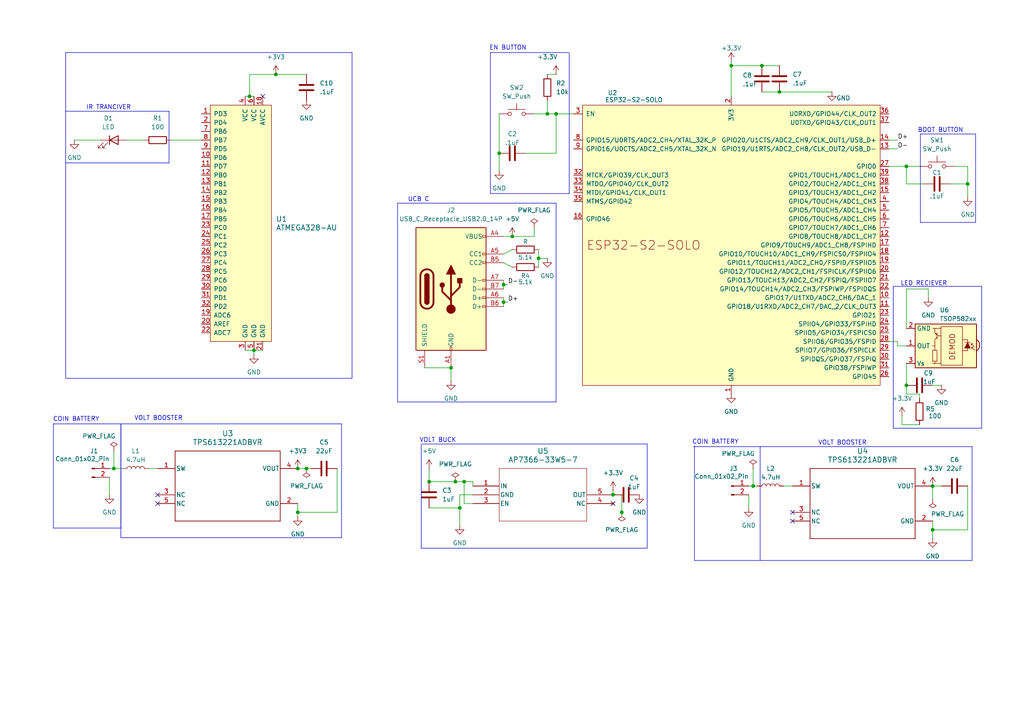
<source format=kicad_sch>
(kicad_sch (version 20231120) (generator "eeschema") (generator_version "8.0")
  (paper "A4")
  (lib_symbols
    (symbol "2024-10-19_05-20-17:TPS613221ADBVR" (pin_names (offset 0.254))
      (property "Reference" "U" (at 0 2.54 0))
      (property "Value" "TPS613221ADBVR" (at 0 0 0))
      (symbol "TPS613221ADBVR_0_1"
        (polyline (pts (xy -15.24 -10.16) (xy 15.24 -10.16)) (stroke (width 0.2032)))
        (polyline (pts (xy -15.24 10.16) (xy -15.24 -10.16)) (stroke (width 0.2032)))
        (polyline (pts (xy 15.24 -10.16) (xy 15.24 10.16)) (stroke (width 0.2032)))
        (polyline (pts (xy 15.24 10.16) (xy -15.24 10.16)) (stroke (width 0.2032)))
        (pin power_in line (at -20.32 5.08 0) (length 5.08) (name "SW") (number "1"))
        (pin power_in line (at 20.32 -5.08 180) (length 5.08) (name "GND") (number "2"))
        (pin unspecified line (at -20.32 -2.54 0) (length 5.08) (name "NC") (number "3"))
        (pin power_in line (at 20.32 5.08 180) (length 5.08) (name "VOUT") (number "4"))
        (pin unspecified line (at -20.32 -5.08 0) (length 5.08) (name "NC") (number "5"))
      )
    )
    (symbol "AP7366-33W5-7:AP7366-33W5-7" (pin_names (offset 0.254))
      (property "Reference" "U" (at 20.32 10.16 0))
      (property "Value" "AP7366-33W5-7" (at 20.32 7.62 0))
      (symbol "AP7366-33W5-7_0_1"
        (polyline (pts (xy 7.62 -10.16) (xy 33.02 -10.16)) (stroke (width 0.127)))
        (polyline (pts (xy 7.62 5.08) (xy 7.62 -10.16)) (stroke (width 0.127)))
        (polyline (pts (xy 33.02 -10.16) (xy 33.02 5.08)) (stroke (width 0.127)))
        (polyline (pts (xy 33.02 5.08) (xy 7.62 5.08)) (stroke (width 0.127)))
        (pin input line (at 0 0 0) (length 7.62) (name "IN") (number "1"))
        (pin power_out line (at 0 -2.54 0) (length 7.62) (name "GND") (number "2"))
        (pin input line (at 0 -5.08 0) (length 7.62) (name "EN") (number "3"))
        (pin no_connect line (at 40.64 -5.08 180) (length 7.62) (name "NC") (number "4"))
        (pin output line (at 40.64 -2.54 180) (length 7.62) (name "OUT") (number "5"))
      )
    )
    (symbol "Connector:Conn_01x02_Pin" (pin_names (offset 1.016) hide)
      (property "Reference" "J" (at 0 2.54 0))
      (property "Value" "Conn_01x02_Pin" (at 0 -5.08 0))
      (symbol "Conn_01x02_Pin_1_1"
        (polyline (pts (xy 1.27 -2.54) (xy 0.8636 -2.54)) (stroke (width 0.1524)))
        (polyline (pts (xy 1.27 0) (xy 0.8636 0)) (stroke (width 0.1524)))
        (rectangle (start 0.8636 -2.413) (end 0 -2.667) (stroke (width 0.1524)) (fill (type outline)))
        (rectangle (start 0.8636 0.127) (end 0 -0.127) (stroke (width 0.1524)) (fill (type outline)))
        (pin passive line (at 5.08 0 180) (length 3.81) (name "Pin_1") (number "1"))
        (pin passive line (at 5.08 -2.54 180) (length 3.81) (name "Pin_2") (number "2"))
      )
    )
    (symbol "Connector:USB_C_Receptacle_USB2.0_14P" (pin_names (offset 1.016))
      (property "Reference" "J" (at 0 22.225 0))
      (property "Value" "USB_C_Receptacle_USB2.0_14P" (at 0 19.685 0))
      (symbol "USB_C_Receptacle_USB2.0_14P_0_0"
        (rectangle (start -0.254 -17.78) (end 0.254 -16.764))
        (rectangle (start 10.16 -4.826) (end 9.144 -5.334))
        (rectangle (start 10.16 -2.286) (end 9.144 -2.794))
        (rectangle (start 10.16 0.254) (end 9.144 -0.254))
        (rectangle (start 10.16 2.794) (end 9.144 2.286))
        (rectangle (start 10.16 7.874) (end 9.144 7.366))
        (rectangle (start 10.16 10.414) (end 9.144 9.906))
        (rectangle (start 10.16 15.494) (end 9.144 14.986))
      )
      (symbol "USB_C_Receptacle_USB2.0_14P_0_1"
        (rectangle (start -10.16 17.78) (end 10.16 -17.78) (stroke (width 0.254)) (fill (type background)))
        (arc (start -8.89 -3.81) (mid -6.985 -5.7067) (end -5.08 -3.81) (stroke (width 0.508)))
        (arc (start -7.62 -3.81) (mid -6.985 -4.4423) (end -6.35 -3.81) (stroke (width 0.254)))
        (arc (start -7.62 -3.81) (mid -6.985 -4.4423) (end -6.35 -3.81) (stroke (width 0.254)) (fill (type outline)))
        (rectangle (start -7.62 -3.81) (end -6.35 3.81) (stroke (width 0.254)) (fill (type outline)))
        (arc (start -6.35 3.81) (mid -6.985 4.4423) (end -7.62 3.81) (stroke (width 0.254)))
        (arc (start -6.35 3.81) (mid -6.985 4.4423) (end -7.62 3.81) (stroke (width 0.254)) (fill (type outline)))
        (arc (start -5.08 3.81) (mid -6.985 5.7067) (end -8.89 3.81) (stroke (width 0.508)))
        (circle (center -2.54 1.143) (radius 0.635) (stroke (width 0.254)) (fill (type outline)))
        (circle (center 0 -5.842) (radius 1.27) (fill (type outline)))
        (polyline (pts (xy -8.89 -3.81) (xy -8.89 3.81)) (stroke (width 0.508)))
        (polyline (pts (xy -5.08 3.81) (xy -5.08 -3.81)) (stroke (width 0.508)))
        (polyline (pts (xy 0 -5.842) (xy 0 4.318)) (stroke (width 0.508)))
        (polyline (pts (xy 0 -3.302) (xy -2.54 -0.762) (xy -2.54 0.508)) (stroke (width 0.508)))
        (polyline (pts (xy 0 -2.032) (xy 2.54 0.508) (xy 2.54 1.778)) (stroke (width 0.508)))
        (polyline (pts (xy -1.27 4.318) (xy 0 6.858) (xy 1.27 4.318) (xy -1.27 4.318)) (stroke (width 0.254)) (fill (type outline)))
        (rectangle (start 1.905 1.778) (end 3.175 3.048) (stroke (width 0.254)) (fill (type outline)))
      )
      (symbol "USB_C_Receptacle_USB2.0_14P_1_1"
        (pin passive line (at 0 -22.86 90) (length 5.08) (name "GND") (number "A1"))
        (pin passive line (at 0 -22.86 90) (length 5.08) hide (name "GND") (number "A12"))
        (pin passive line (at 15.24 15.24 180) (length 5.08) (name "VBUS") (number "A4"))
        (pin bidirectional line (at 15.24 10.16 180) (length 5.08) (name "CC1") (number "A5"))
        (pin bidirectional line (at 15.24 -2.54 180) (length 5.08) (name "D+") (number "A6"))
        (pin bidirectional line (at 15.24 2.54 180) (length 5.08) (name "D-") (number "A7"))
        (pin passive line (at 15.24 15.24 180) (length 5.08) hide (name "VBUS") (number "A9"))
        (pin passive line (at 0 -22.86 90) (length 5.08) hide (name "GND") (number "B1"))
        (pin passive line (at 0 -22.86 90) (length 5.08) hide (name "GND") (number "B12"))
        (pin passive line (at 15.24 15.24 180) (length 5.08) hide (name "VBUS") (number "B4"))
        (pin bidirectional line (at 15.24 7.62 180) (length 5.08) (name "CC2") (number "B5"))
        (pin bidirectional line (at 15.24 -5.08 180) (length 5.08) (name "D+") (number "B6"))
        (pin bidirectional line (at 15.24 0 180) (length 5.08) (name "D-") (number "B7"))
        (pin passive line (at 15.24 15.24 180) (length 5.08) hide (name "VBUS") (number "B9"))
        (pin passive line (at -7.62 -22.86 90) (length 5.08) (name "SHIELD") (number "S1"))
      )
    )
    (symbol "Device:C" (pin_numbers hide) (pin_names (offset 0.254))
      (property "Reference" "C" (at 0.635 2.54 0))
      (property "Value" "C" (at 0.635 -2.54 0))
      (symbol "C_0_1"
        (polyline (pts (xy -2.032 -0.762) (xy 2.032 -0.762)) (stroke (width 0.508)))
        (polyline (pts (xy -2.032 0.762) (xy 2.032 0.762)) (stroke (width 0.508)))
      )
      (symbol "C_1_1"
        (pin passive line (at 0 3.81 270) (length 2.794) (name "~") (number "1"))
        (pin passive line (at 0 -3.81 90) (length 2.794) (name "~") (number "2"))
      )
    )
    (symbol "Device:L" (pin_numbers hide) (pin_names (offset 1.016) hide)
      (property "Reference" "L" (at -1.27 0 90))
      (property "Value" "L" (at 1.905 0 90))
      (symbol "L_0_1"
        (arc (start 0 -2.54) (mid 0.6323 -1.905) (end 0 -1.27))
        (arc (start 0 -1.27) (mid 0.6323 -0.635) (end 0 0))
        (arc (start 0 0) (mid 0.6323 0.635) (end 0 1.27))
        (arc (start 0 1.27) (mid 0.6323 1.905) (end 0 2.54))
      )
      (symbol "L_1_1"
        (pin passive line (at 0 3.81 270) (length 1.27) (name "1") (number "1"))
        (pin passive line (at 0 -3.81 90) (length 1.27) (name "2") (number "2"))
      )
    )
    (symbol "Device:LED" (pin_numbers hide) (pin_names (offset 1.016) hide)
      (property "Reference" "D" (at 0 2.54 0))
      (property "Value" "LED" (at 0 -2.54 0))
      (symbol "LED_0_1"
        (polyline (pts (xy -1.27 -1.27) (xy -1.27 1.27)) (stroke (width 0.254)))
        (polyline (pts (xy -1.27 0) (xy 1.27 0)))
        (polyline (pts (xy 1.27 -1.27) (xy 1.27 1.27) (xy -1.27 0) (xy 1.27 -1.27)) (stroke (width 0.254)))
        (polyline (pts (xy -3.048 -0.762) (xy -4.572 -2.286) (xy -3.81 -2.286) (xy -4.572 -2.286) (xy -4.572 -1.524)))
        (polyline (pts (xy -1.778 -0.762) (xy -3.302 -2.286) (xy -2.54 -2.286) (xy -3.302 -2.286) (xy -3.302 -1.524)))
      )
      (symbol "LED_1_1"
        (pin passive line (at -3.81 0 0) (length 2.54) (name "K") (number "1"))
        (pin passive line (at 3.81 0 180) (length 2.54) (name "A") (number "2"))
      )
    )
    (symbol "Device:R" (pin_numbers hide) (pin_names (offset 0))
      (property "Reference" "R" (at 2.032 0 90))
      (property "Value" "R" (at 0 0 90))
      (symbol "R_0_1"
        (rectangle (start -1.016 -2.54) (end 1.016 2.54) (stroke (width 0.254)))
      )
      (symbol "R_1_1"
        (pin passive line (at 0 3.81 270) (length 1.27) (name "~") (number "1"))
        (pin passive line (at 0 -3.81 90) (length 1.27) (name "~") (number "2"))
      )
    )
    (symbol "Espressif:ESP32-S2-SOLO" (pin_names (offset 1.016))
      (property "Reference" "U" (at -43.18 45.72 0))
      (property "Value" "ESP32-S2-SOLO" (at -43.18 43.18 0))
      (symbol "ESP32-S2-SOLO_0_1"
        (rectangle (start -43.18 40.64) (end 43.18 -40.64) (fill (type background)))
      )
      (symbol "ESP32-S2-SOLO_1_1"
        (text "ESP32-S2-SOLO" (at -25.4 0 0) (effects (font (size 2.54 2.54))))
        (pin power_in line (at 0 -43.18 90) (length 2.54) (name "GND") (number "1"))
        (pin bidirectional line (at 45.72 -15.24 180) (length 2.54) (name "GPIO17/U1TXD/ADC2_CH6/DAC_1") (number "10"))
        (pin bidirectional line (at 45.72 -17.78 180) (length 2.54) (name "GPIO18/U1RXD/ADC2_CH7/DAC_2/CLK_OUT3") (number "11"))
        (pin bidirectional line (at 45.72 2.54 180) (length 2.54) (name "GPIO8/TOUCH8/ADC1_CH7") (number "12"))
        (pin bidirectional line (at 45.72 27.94 180) (length 2.54) (name "GPIO19/U1RTS/ADC2_CH8/CLK_OUT2/USB_D-") (number "13"))
        (pin bidirectional line (at 45.72 30.48 180) (length 2.54) (name "GPIO20/U1CTS/ADC2_CH9/CLK_OUT1/USB_D+") (number "14"))
        (pin bidirectional line (at 45.72 15.24 180) (length 2.54) (name "GPIO3/TOUCH3/ADC1_CH2") (number "15"))
        (pin input line (at -45.72 7.62 0) (length 2.54) (name "GPIO46") (number "16"))
        (pin bidirectional line (at 45.72 0 180) (length 2.54) (name "GPIO9/TOUCH9/ADC1_CH8/FSPIHD") (number "17"))
        (pin bidirectional line (at 45.72 -2.54 180) (length 2.54) (name "GPIO10/TOUCH10/ADC1_CH9/FSPICS0/FSPIIO4") (number "18"))
        (pin bidirectional line (at 45.72 -5.08 180) (length 2.54) (name "GPIO11/TOUCH11/ADC2_CH0/FSPID/FSPIIO5") (number "19"))
        (pin power_in line (at 0 43.18 270) (length 2.54) (name "3V3") (number "2"))
        (pin bidirectional line (at 45.72 -7.62 180) (length 2.54) (name "GPIO12/TOUCH12/ADC2_CH1/FSPICLK/FSPIIO6") (number "20"))
        (pin bidirectional line (at 45.72 -10.16 180) (length 2.54) (name "GPIO13/TOUCH13/ADC2_CH2/FSPIQ/FSPIIO7") (number "21"))
        (pin bidirectional line (at 45.72 -12.7 180) (length 2.54) (name "GPIO14/TOUCH14/ADC2_CH3/FSPIWP/FSPIDQS") (number "22"))
        (pin bidirectional line (at 45.72 -20.32 180) (length 2.54) (name "GPIO21") (number "23"))
        (pin bidirectional line (at 45.72 -22.86 180) (length 2.54) (name "SPIIO4/GPIO33/FSPIHD") (number "24"))
        (pin bidirectional line (at 45.72 -25.4 180) (length 2.54) (name "SPIIO5/GPIO34/FSPICS0") (number "25"))
        (pin bidirectional line (at 45.72 -38.1 180) (length 2.54) (name "GPIO45") (number "26"))
        (pin bidirectional line (at 45.72 22.86 180) (length 2.54) (name "GPIO0") (number "27"))
        (pin bidirectional line (at 45.72 -27.94 180) (length 2.54) (name "SPIIO6/GPIO35/FSPID") (number "28"))
        (pin bidirectional line (at 45.72 -30.48 180) (length 2.54) (name "SPIIO7/GPIO36/FSPICLK") (number "29"))
        (pin bidirectional line (at -45.72 38.1 0) (length 2.54) (name "EN") (number "3"))
        (pin bidirectional line (at 45.72 -33.02 180) (length 2.54) (name "SPIDQS/GPIO37/FSPIQ") (number "30"))
        (pin bidirectional line (at 45.72 -35.56 180) (length 2.54) (name "GPIO38/FSPIWP") (number "31"))
        (pin bidirectional line (at -45.72 20.32 0) (length 2.54) (name "MTCK/GPIO39/CLK_OUT3") (number "32"))
        (pin bidirectional line (at -45.72 17.78 0) (length 2.54) (name "MTDO/GPIO40/CLK_OUT2") (number "33"))
        (pin bidirectional line (at -45.72 15.24 0) (length 2.54) (name "MTDI/GPIO41/CLK_OUT1") (number "34"))
        (pin bidirectional line (at -45.72 12.7 0) (length 2.54) (name "MTMS/GPIO42") (number "35"))
        (pin bidirectional line (at 45.72 38.1 180) (length 2.54) (name "U0RXD/GPIO44/CLK_OUT2") (number "36"))
        (pin bidirectional line (at 45.72 35.56 180) (length 2.54) (name "U0TXD/GPIO43/CLK_OUT1") (number "37"))
        (pin bidirectional line (at 45.72 17.78 180) (length 2.54) (name "GPIO2/TOUCH2/ADC1_CH1") (number "38"))
        (pin bidirectional line (at 45.72 20.32 180) (length 2.54) (name "GPIO1/TOUCH1/ADC1_CH0") (number "39"))
        (pin bidirectional line (at 45.72 12.7 180) (length 2.54) (name "GPIO4/TOUCH4/ADC1_CH3") (number "4"))
        (pin passive line (at 0 -43.18 90) (length 2.54) hide (name "GND") (number "40"))
        (pin passive line (at 0 -43.18 90) (length 2.54) hide (name "GND") (number "41"))
        (pin bidirectional line (at 45.72 10.16 180) (length 2.54) (name "GPIO5/TOUCH5/ADC1_CH4") (number "5"))
        (pin bidirectional line (at 45.72 7.62 180) (length 2.54) (name "GPIO6/TOUCH6/ADC1_CH5") (number "6"))
        (pin bidirectional line (at 45.72 5.08 180) (length 2.54) (name "GPIO7/TOUCH7/ADC1_CH6") (number "7"))
        (pin bidirectional line (at -45.72 30.48 0) (length 2.54) (name "GPIO15/U0RTS/ADC2_CH4/XTAL_32K_P") (number "8"))
        (pin bidirectional line (at -45.72 27.94 0) (length 2.54) (name "GPIO16/U0CTS/ADC2_CH5/XTAL_32K_N") (number "9"))
      )
    )
    (symbol "Interface_Optical:TSOP582xx"
      (property "Reference" "U" (at -10.16 7.62 0))
      (property "Value" "TSOP582xx" (at -10.16 -7.62 0))
      (symbol "TSOP582xx_0_0"
        (arc (start -10.287 1.397) (mid -11.0899 -0.1852) (end -10.287 -1.778) (stroke (width 0.254)) (fill (type background)))
        (polyline (pts (xy 1.905 -5.08) (xy 0.127 -5.08)))
        (polyline (pts (xy 1.905 5.08) (xy 0.127 5.08)))
        (text "DEMOD" (at -3.175 0.254 900) (effects (font (size 1.524 1.524))))
      )
      (symbol "TSOP582xx_0_1"
        (rectangle (start -6.096 5.588) (end 0.127 -5.588))
        (polyline (pts (xy -8.763 0.381) (xy -9.652 1.27)))
        (polyline (pts (xy -8.763 0.381) (xy -9.271 0.381)))
        (polyline (pts (xy -8.763 0.381) (xy -8.763 0.889)))
        (polyline (pts (xy -8.636 -0.635) (xy -9.525 0.254)))
        (polyline (pts (xy -8.636 -0.635) (xy -9.144 -0.635)))
        (polyline (pts (xy -8.636 -0.635) (xy -8.636 -0.127)))
        (polyline (pts (xy -8.382 -1.016) (xy -6.731 -1.016)))
        (polyline (pts (xy 1.27 -2.921) (xy 0.127 -2.921)))
        (polyline (pts (xy 1.27 -1.905) (xy 1.27 -3.81)))
        (polyline (pts (xy 1.397 -3.556) (xy 1.524 -3.556)))
        (polyline (pts (xy 1.651 -3.556) (xy 1.524 -3.556)))
        (polyline (pts (xy 1.651 -3.556) (xy 1.651 -3.302)))
        (polyline (pts (xy 1.905 0) (xy 1.905 1.27)))
        (polyline (pts (xy 1.905 4.445) (xy 1.905 5.08) (xy 2.54 5.08)))
        (polyline (pts (xy -8.382 0.635) (xy -6.731 0.635) (xy -7.62 -1.016) (xy -8.382 0.635)) (fill (type outline)))
        (polyline (pts (xy -6.096 1.397) (xy -7.62 1.397) (xy -7.62 -1.778) (xy -6.096 -1.778)))
        (polyline (pts (xy 1.27 -3.175) (xy 1.905 -3.81) (xy 1.905 -5.08) (xy 2.54 -5.08)))
        (polyline (pts (xy 1.27 -2.54) (xy 1.905 -1.905) (xy 1.905 0) (xy 2.54 0)))
        (rectangle (start 2.54 1.27) (end 1.27 4.445))
        (rectangle (start 7.62 6.35) (end -10.16 -6.35) (stroke (width 0.254)) (fill (type background)))
      )
      (symbol "TSOP582xx_1_1"
        (pin output line (at 10.16 0 180) (length 2.54) (name "OUT") (number "1"))
        (pin power_in line (at 10.16 -5.08 180) (length 2.54) (name "GND") (number "2"))
        (pin power_in line (at 10.16 5.08 180) (length 2.54) (name "Vs") (number "3"))
      )
    )
    (symbol "Switch:SW_Push" (pin_numbers hide) (pin_names (offset 1.016) hide)
      (property "Reference" "SW" (at 1.27 2.54 0))
      (property "Value" "SW_Push" (at 0 -1.524 0))
      (symbol "SW_Push_0_1"
        (circle (center -2.032 0) (radius 0.508))
        (polyline (pts (xy 0 1.27) (xy 0 3.048)))
        (polyline (pts (xy 2.54 1.27) (xy -2.54 1.27)))
        (circle (center 2.032 0) (radius 0.508))
        (pin passive line (at -5.08 0 0) (length 2.54) (name "1") (number "1"))
        (pin passive line (at 5.08 0 180) (length 2.54) (name "2") (number "2"))
      )
    )
    (symbol "dk_Embedded-Microcontrollers:ATMEGA328-AU" (pin_names (offset 1.016))
      (property "Reference" "U" (at -10.16 13.97 0))
      (property "Value" "ATMEGA328-AU" (at 2.54 -25.4 90))
      (symbol "ATMEGA328-AU_0_1"
        (rectangle (start -10.16 12.7) (end 7.62 -55.88) (fill (type background)))
      )
      (symbol "ATMEGA328-AU_1_1"
        (pin bidirectional line (at -12.7 10.16 0) (length 2.54) (name "PD3") (number "1"))
        (pin bidirectional line (at -12.7 -2.54 0) (length 2.54) (name "PD6") (number "10"))
        (pin bidirectional line (at -12.7 -5.08 0) (length 2.54) (name "PD7") (number "11"))
        (pin bidirectional line (at -12.7 -7.62 0) (length 2.54) (name "PB0") (number "12"))
        (pin bidirectional line (at -12.7 -10.16 0) (length 2.54) (name "PB1") (number "13"))
        (pin bidirectional line (at -12.7 -12.7 0) (length 2.54) (name "PB2") (number "14"))
        (pin bidirectional line (at -12.7 -15.24 0) (length 2.54) (name "PB3") (number "15"))
        (pin bidirectional line (at -12.7 -17.78 0) (length 2.54) (name "PB4") (number "16"))
        (pin bidirectional line (at -12.7 -20.32 0) (length 2.54) (name "PB5") (number "17"))
        (pin power_in line (at 5.08 15.24 270) (length 2.54) (name "AVCC") (number "18"))
        (pin bidirectional line (at -12.7 -48.26 0) (length 2.54) (name "ADC6") (number "19"))
        (pin bidirectional line (at -12.7 7.62 0) (length 2.54) (name "PD4") (number "2"))
        (pin input line (at -12.7 -50.8 0) (length 2.54) (name "AREF") (number "20"))
        (pin power_in line (at 5.08 -58.42 90) (length 2.54) (name "GND") (number "21"))
        (pin bidirectional line (at -12.7 -53.34 0) (length 2.54) (name "ADC7") (number "22"))
        (pin bidirectional line (at -12.7 -22.86 0) (length 2.54) (name "PC0") (number "23"))
        (pin bidirectional line (at -12.7 -25.4 0) (length 2.54) (name "PC1") (number "24"))
        (pin bidirectional line (at -12.7 -27.94 0) (length 2.54) (name "PC2") (number "25"))
        (pin input line (at -12.7 -30.48 0) (length 2.54) (name "PC3") (number "26"))
        (pin input line (at -12.7 -33.02 0) (length 2.54) (name "PC4") (number "27"))
        (pin input line (at -12.7 -35.56 0) (length 2.54) (name "PC5") (number "28"))
        (pin input line (at -12.7 -38.1 0) (length 2.54) (name "PC6") (number "29"))
        (pin power_in line (at 0 -58.42 90) (length 2.54) (name "GND") (number "3"))
        (pin input line (at -12.7 -40.64 0) (length 2.54) (name "PD0") (number "30"))
        (pin input line (at -12.7 -43.18 0) (length 2.54) (name "PD1") (number "31"))
        (pin input line (at -12.7 -45.72 0) (length 2.54) (name "PD2") (number "32"))
        (pin power_in line (at 0 15.24 270) (length 2.54) (name "VCC") (number "4"))
        (pin power_in line (at 2.54 -58.42 90) (length 2.54) (name "GND") (number "5"))
        (pin power_in line (at 2.54 15.24 270) (length 2.54) (name "VCC") (number "6"))
        (pin bidirectional line (at -12.7 5.08 0) (length 2.54) (name "PB6") (number "7"))
        (pin bidirectional line (at -12.7 2.54 0) (length 2.54) (name "PB7") (number "8"))
        (pin bidirectional line (at -12.7 0 0) (length 2.54) (name "PD5") (number "9"))
      )
    )
    (symbol "power:+3.3V" (power) (pin_numbers hide) (pin_names (offset 0) hide)
      (property "Value" "+3.3V" (at 0 3.556 0))
      (symbol "+3.3V_0_1"
        (polyline (pts (xy -0.762 1.27) (xy 0 2.54)))
        (polyline (pts (xy 0 0) (xy 0 2.54)))
        (polyline (pts (xy 0 2.54) (xy 0.762 1.27)))
      )
      (symbol "+3.3V_1_1"
        (pin power_in line (at 0 0 90) (length 0) (name "~") (number "1"))
      )
    )
    (symbol "power:+3V3" (power) (pin_numbers hide) (pin_names (offset 0) hide)
      (property "Value" "+3V3" (at 0 3.556 0))
      (symbol "+3V3_0_1"
        (polyline (pts (xy -0.762 1.27) (xy 0 2.54)))
        (polyline (pts (xy 0 0) (xy 0 2.54)))
        (polyline (pts (xy 0 2.54) (xy 0.762 1.27)))
      )
      (symbol "+3V3_1_1"
        (pin power_in line (at 0 0 90) (length 0) (name "~") (number "1"))
      )
    )
    (symbol "power:+5V" (power) (pin_numbers hide) (pin_names (offset 0) hide)
      (property "Value" "+5V" (at 0 3.556 0))
      (symbol "+5V_0_1"
        (polyline (pts (xy -0.762 1.27) (xy 0 2.54)))
        (polyline (pts (xy 0 0) (xy 0 2.54)))
        (polyline (pts (xy 0 2.54) (xy 0.762 1.27)))
      )
      (symbol "+5V_1_1"
        (pin power_in line (at 0 0 90) (length 0) (name "~") (number "1"))
      )
    )
    (symbol "power:GND" (power) (pin_numbers hide) (pin_names (offset 0) hide)
      (property "Value" "GND" (at 0 -3.81 0))
      (symbol "GND_0_1"
        (polyline (pts (xy 0 0) (xy 0 -1.27) (xy 1.27 -1.27) (xy 0 -2.54) (xy -1.27 -1.27) (xy 0 -1.27)))
      )
      (symbol "GND_1_1"
        (pin power_in line (at 0 0 270) (length 0) (name "~") (number "1"))
      )
    )
    (symbol "power:PWR_FLAG" (power) (pin_numbers hide) (pin_names (offset 0) hide)
      (property "Value" "PWR_FLAG" (at 0 3.81 0))
      (symbol "PWR_FLAG_0_0"
        (pin power_out line (at 0 0 90) (length 0) (name "~") (number "1"))
      )
      (symbol "PWR_FLAG_0_1"
        (polyline (pts (xy 0 0) (xy 0 1.27) (xy -1.016 1.905) (xy 0 2.54) (xy 1.016 1.905) (xy 0 1.27)))
      )
    )
  )
  (junction (at 226.06 26.67))
  (junction (at 270.51 153.67))
  (junction (at 177.8 143.51))
  (junction (at 180.34 148.59))
  (junction (at 132.08 139.7))
  (junction (at 33.02 135.89))
  (junction (at 124.46 139.7))
  (junction (at 130.81 106.68))
  (junction (at 218.44 140.97))
  (junction (at 86.36 148.59))
  (junction (at 88.9 135.89))
  (junction (at 212.09 19.05))
  (junction (at 270.51 140.97))
  (junction (at 73.66 101.6))
  (junction (at 134.62 139.7))
  (junction (at 146.05 87.63))
  (junction (at 262.89 48.26))
  (junction (at 280.67 53.34))
  (junction (at 86.36 135.89))
  (junction (at 144.78 44.45))
  (junction (at 148.59 68.58))
  (junction (at 158.75 33.02))
  (junction (at 262.89 111.76))
  (junction (at 133.35 147.32))
  (junction (at 161.29 33.02))
  (junction (at 72.39 27.94))
  (junction (at 80.01 21.59))
  (junction (at 220.98 19.05))
  (junction (at 156.21 74.93))
  (junction (at 146.05 82.55))
  (no_connect (at 229.87 148.59))
  (no_connect (at 177.8 146.05))
  (no_connect (at 45.72 146.05))
  (no_connect (at 45.72 143.51))
  (no_connect (at 229.87 151.13))
  (no_connect (at 76.2 27.94))
  (wire (pts (xy 146.05 68.58) (xy 148.59 68.58)))
  (wire (pts (xy 144.78 33.02) (xy 144.78 44.45)))
  (wire (pts (xy 86.36 146.05) (xy 86.36 148.59)))
  (wire (pts (xy 133.35 143.51) (xy 133.35 147.32)))
  (polyline (pts (xy 201.422 162.56) (xy 281.94 162.56)))
  (wire (pts (xy 177.8 143.51) (xy 177.8 142.24)))
  (polyline (pts (xy 259.08 124.206) (xy 284.734 124.206)))
  (wire (pts (xy 266.7 123.19) (xy 261.62 123.19)))
  (wire (pts (xy 270.51 140.97) (xy 270.51 144.78)))
  (wire (pts (xy 21.59 40.64) (xy 29.21 40.64)))
  (wire (pts (xy 72.39 27.94) (xy 72.39 21.59)))
  (wire (pts (xy 212.09 19.05) (xy 212.09 27.94)))
  (wire (pts (xy 180.34 149.86) (xy 180.34 148.59)))
  (wire (pts (xy 134.62 139.7) (xy 137.16 139.7)))
  (polyline (pts (xy 99.06 122.936) (xy 99.06 155.956)))
  (wire (pts (xy 154.94 68.58) (xy 154.94 66.04)))
  (polyline (pts (xy 15.494 122.936) (xy 35.052 122.936)))
  (wire (pts (xy 123.19 106.68) (xy 130.81 106.68)))
  (wire (pts (xy 270.51 111.76) (xy 273.05 111.76)))
  (polyline (pts (xy 164.846 15.24) (xy 142.24 15.24)))
  (wire (pts (xy 31.75 138.43) (xy 31.75 143.51)))
  (wire (pts (xy 267.97 53.34) (xy 262.89 53.34)))
  (wire (pts (xy 220.98 26.67) (xy 226.06 26.67)))
  (polyline (pts (xy 281.94 162.56) (xy 281.94 129.54)))
  (wire (pts (xy 71.12 27.94) (xy 72.39 27.94)))
  (polyline (pts (xy 35.052 153.162) (xy 35.052 122.936)))
  (wire (pts (xy 71.12 101.6) (xy 73.66 101.6)))
  (polyline (pts (xy 15.494 153.162) (xy 35.052 153.162)))
  (polyline (pts (xy 19.05 15.24) (xy 19.05 109.728)))
  (polyline (pts (xy 142.24 15.24) (xy 142.24 56.134)))
  (wire (pts (xy 97.79 148.59) (xy 86.36 148.59)))
  (wire (pts (xy 158.75 74.93) (xy 156.21 74.93)))
  (wire (pts (xy 180.34 148.59) (xy 180.34 143.51)))
  (wire (pts (xy 217.17 140.97) (xy 218.44 140.97)))
  (wire (pts (xy 33.02 135.89) (xy 35.56 135.89)))
  (polyline (pts (xy 259.08 83.058) (xy 284.734 83.058)))
  (wire (pts (xy 137.16 143.51) (xy 133.35 143.51)))
  (wire (pts (xy 130.81 110.49) (xy 130.81 106.68)))
  (wire (pts (xy 260.35 99.06) (xy 257.81 99.06)))
  (polyline (pts (xy 19.05 109.728) (xy 102.108 109.728)))
  (wire (pts (xy 270.51 153.67) (xy 270.51 156.21)))
  (wire (pts (xy 161.29 44.45) (xy 161.29 33.02)))
  (wire (pts (xy 148.59 68.58) (xy 154.94 68.58)))
  (wire (pts (xy 154.94 33.02) (xy 158.75 33.02)))
  (polyline (pts (xy 284.734 83.058) (xy 284.734 124.206)))
  (wire (pts (xy 227.33 140.97) (xy 229.87 140.97)))
  (wire (pts (xy 152.4 44.45) (xy 161.29 44.45)))
  (wire (pts (xy 262.89 53.34) (xy 262.89 48.26)))
  (polyline (pts (xy 142.24 56.134) (xy 165.1 56.134)))
  (wire (pts (xy 260.35 100.33) (xy 260.35 99.06)))
  (wire (pts (xy 76.2 101.6) (xy 73.66 101.6)))
  (wire (pts (xy 269.24 83.82) (xy 269.24 86.36)))
  (wire (pts (xy 257.81 48.26) (xy 262.89 48.26)))
  (polyline (pts (xy 187.706 159.004) (xy 122.174 159.004)))
  (wire (pts (xy 260.35 40.64) (xy 257.81 40.64)))
  (wire (pts (xy 280.67 140.97) (xy 280.67 153.67)))
  (wire (pts (xy 134.62 146.05) (xy 137.16 146.05)))
  (wire (pts (xy 146.05 76.2) (xy 148.59 77.47)))
  (polyline (pts (xy 35.052 155.956) (xy 35.052 122.936)))
  (wire (pts (xy 124.46 135.89) (xy 124.46 139.7)))
  (wire (pts (xy 137.16 139.7) (xy 137.16 140.97)))
  (wire (pts (xy 86.36 148.59) (xy 86.36 149.86)))
  (polyline (pts (xy 99.06 155.956) (xy 35.052 155.956)))
  (wire (pts (xy 218.44 135.89) (xy 218.44 140.97)))
  (wire (pts (xy 266.7 114.3) (xy 266.7 115.57)))
  (wire (pts (xy 280.67 153.67) (xy 270.51 153.67)))
  (wire (pts (xy 158.75 29.21) (xy 158.75 33.02)))
  (wire (pts (xy 226.06 19.05) (xy 220.98 19.05)))
  (wire (pts (xy 280.67 48.26) (xy 280.67 53.34)))
  (polyline (pts (xy 266.954 38.862) (xy 282.956 38.862)))
  (wire (pts (xy 132.08 139.7) (xy 134.62 139.7)))
  (wire (pts (xy 80.01 21.59) (xy 88.9 21.59)))
  (wire (pts (xy 158.75 33.02) (xy 161.29 33.02)))
  (wire (pts (xy 146.05 73.66) (xy 148.59 72.39)))
  (wire (pts (xy 86.36 135.89) (xy 88.9 135.89)))
  (wire (pts (xy 212.09 17.78) (xy 212.09 19.05)))
  (wire (pts (xy 36.83 40.64) (xy 41.91 40.64)))
  (polyline (pts (xy 259.08 124.206) (xy 259.08 83.058)))
  (polyline (pts (xy 49.022 47.244) (xy 19.05 47.244)))
  (wire (pts (xy 161.29 33.02) (xy 166.37 33.02)))
  (polyline (pts (xy 15.494 122.936) (xy 15.494 153.162)))
  (wire (pts (xy 33.02 130.81) (xy 33.02 135.89)))
  (polyline (pts (xy 102.108 15.24) (xy 102.108 109.728)))
  (wire (pts (xy 280.67 57.15) (xy 280.67 53.34)))
  (wire (pts (xy 262.89 114.3) (xy 262.89 111.76)))
  (polyline (pts (xy 266.954 64.516) (xy 282.956 64.516)))
  (polyline (pts (xy 122.174 128.778) (xy 122.174 159.004)))
  (polyline (pts (xy 161.29 116.586) (xy 115.316 116.586)))
  (polyline (pts (xy 161.29 58.928) (xy 161.29 116.586)))
  (wire (pts (xy 262.89 48.26) (xy 266.7 48.26)))
  (wire (pts (xy 88.9 135.89) (xy 90.17 135.89)))
  (wire (pts (xy 124.46 139.7) (xy 132.08 139.7)))
  (polyline (pts (xy 35.052 122.936) (xy 99.06 122.936)))
  (wire (pts (xy 266.7 114.3) (xy 262.89 114.3)))
  (wire (pts (xy 241.3 26.67) (xy 226.06 26.67)))
  (wire (pts (xy 134.62 139.7) (xy 134.62 146.05)))
  (wire (pts (xy 31.75 135.89) (xy 33.02 135.89)))
  (wire (pts (xy 220.98 19.05) (xy 212.09 19.05)))
  (polyline (pts (xy 266.954 38.862) (xy 266.954 64.516)))
  (wire (pts (xy 180.34 143.51) (xy 177.8 143.51)))
  (wire (pts (xy 158.75 21.59) (xy 161.29 21.59)))
  (wire (pts (xy 217.17 143.51) (xy 217.17 147.32)))
  (polyline (pts (xy 102.108 15.24) (xy 19.05 15.24)))
  (polyline (pts (xy 282.956 64.516) (xy 282.956 38.862)))
  (wire (pts (xy 270.51 151.13) (xy 270.51 153.67)))
  (polyline (pts (xy 15.494 122.936) (xy 15.748 122.936)))
  (wire (pts (xy 49.53 40.64) (xy 58.42 40.64)))
  (wire (pts (xy 262.89 83.82) (xy 269.24 83.82)))
  (wire (pts (xy 133.35 147.32) (xy 133.35 152.4)))
  (wire (pts (xy 146.05 81.28) (xy 146.05 82.55)))
  (polyline (pts (xy 115.316 58.928) (xy 161.29 58.928)))
  (wire (pts (xy 124.46 147.32) (xy 133.35 147.32)))
  (wire (pts (xy 270.51 140.97) (xy 273.05 140.97)))
  (polyline (pts (xy 187.706 128.778) (xy 187.706 159.004)))
  (wire (pts (xy 73.66 102.87) (xy 73.66 101.6)))
  (wire (pts (xy 146.05 87.63) (xy 146.05 88.9)))
  (wire (pts (xy 276.86 48.26) (xy 280.67 48.26)))
  (wire (pts (xy 218.44 140.97) (xy 219.71 140.97)))
  (wire (pts (xy 97.79 135.89) (xy 97.79 148.59)))
  (wire (pts (xy 275.59 53.34) (xy 280.67 53.34)))
  (wire (pts (xy 261.62 120.65) (xy 261.62 123.19)))
  (polyline (pts (xy 220.472 129.54) (xy 220.472 162.56)))
  (polyline (pts (xy 19.05 32.258) (xy 49.022 32.258)))
  (wire (pts (xy 146.05 87.63) (xy 147.32 87.63)))
  (wire (pts (xy 156.21 72.39) (xy 156.21 74.93)))
  (wire (pts (xy 262.89 95.25) (xy 262.89 83.82)))
  (wire (pts (xy 262.89 100.33) (xy 260.35 100.33)))
  (polyline (pts (xy 201.422 129.286) (xy 201.422 162.56)))
  (polyline (pts (xy 115.316 116.586) (xy 115.316 58.928)))
  (wire (pts (xy 156.21 74.93) (xy 156.21 77.47)))
  (wire (pts (xy 43.18 135.89) (xy 45.72 135.89)))
  (wire (pts (xy 144.78 44.45) (xy 144.78 49.53)))
  (polyline (pts (xy 122.428 128.778) (xy 187.706 128.778)))
  (wire (pts (xy 260.35 43.18) (xy 257.81 43.18)))
  (polyline (pts (xy 201.168 129.54) (xy 281.94 129.54)))
  (wire (pts (xy 146.05 82.55) (xy 146.05 83.82)))
  (wire (pts (xy 262.89 105.41) (xy 262.89 111.76)))
  (wire (pts (xy 146.05 82.55) (xy 147.32 82.55)))
  (wire (pts (xy 72.39 27.94) (xy 73.66 27.94)))
  (wire (pts (xy 146.05 86.36) (xy 146.05 87.63)))
  (polyline (pts (xy 49.022 32.258) (xy 49.022 47.244)))
  (wire (pts (xy 72.39 21.59) (xy 80.01 21.59)))
  (polyline (pts (xy 165.1 15.24) (xy 165.1 56.134)))
  (text "COIN BATTERY\n" (at 207.518 128.27 0) (effects (font (size 1.27 1.27))))
  (text "BOOT BUTTON\n" (at 272.796 37.846 0) (effects (font (size 1.27 1.27))))
  (text "VOLT BOOSTER\n" (at 244.348 128.524 0) (effects (font (size 1.27 1.27))))
  (text "VOLT BUCK\n" (at 127 127.762 0) (effects (font (size 1.27 1.27))))
  (text "EN BUTTON\n" (at 147.32 13.97 0) (effects (font (size 1.27 1.27))))
  (text "IR TRANCIVER\n" (at 31.496 31.242 0) (effects (font (size 1.27 1.27))))
  (text "LED RECIEVER\n" (at 267.97 82.296 0) (effects (font (size 1.27 1.27))))
  (text "COIN BATTERY\n" (at 22.098 121.666 0) (effects (font (size 1.27 1.27))))
  (text "VOLT BOOSTER\n" (at 45.974 121.412 0) (effects (font (size 1.27 1.27))))
  (text "UCB C\n" (at 121.412 57.912 0) (effects (font (size 1.27 1.27))))
  (label "D-" (at 147.32 82.55 0))
  (label "D-" (at 260.35 43.18 0))
  (label "D+" (at 147.32 87.63 0))
  (label "D+" (at 260.35 40.64 0))
  (symbol (lib_id "power:+5V") (at 124.46 135.89 0) (unit 1)
    (property "Reference" "#PWR012" (effects (hide yes)))
    (property "Value" "+5V" (at 124.46 130.81 0))
    (property "Description" "Power symbol creates a global label with name \"+5V\"" (effects (hide yes)))
  )
  (symbol (lib_id "Device:C") (at 226.06 22.86 0) (unit 1)
    (property "Reference" "C7" (at 229.87 21.5899 0) (effects (justify left)))
    (property "Value" ".1uF" (at 229.87 24.1299 0) (effects (justify left)))
    (property "Description" "Unpolarized capacitor" (effects (hide yes)))
  )
  (symbol (lib_id "Device:C") (at 124.46 143.51 0) (unit 1)
    (property "Reference" "C3" (at 128.27 142.2399 0) (effects (justify left)))
    (property "Value" "1uF" (at 128.27 144.7799 0) (effects (justify left)))
    (property "Description" "Unpolarized capacitor" (effects (hide yes)))
  )
  (symbol (lib_id "power:PWR_FLAG") (at 180.34 148.59 180) (unit 1)
    (property "Reference" "#FLG05" (effects (hide yes)))
    (property "Value" "PWR_FLAG" (at 180.34 153.67 0))
    (property "Description" "Special symbol for telling ERC where power comes from" (effects (hide yes)))
  )
  (symbol (lib_id "Device:L") (at 39.37 135.89 90) (unit 1)
    (property "Reference" "L1" (at 39.37 130.81 90))
    (property "Value" "4.7uH" (at 39.37 133.35 90))
    (property "Description" "Inductor" (effects (hide yes)))
  )
  (symbol (lib_id "power:GND") (at 88.9 29.21 0) (unit 1)
    (property "Reference" "#PWR025" (effects (hide yes)))
    (property "Value" "GND" (at 88.9 34.29 0))
    (property "Description" "Power symbol creates a global label with name \"GND\" , ground" (effects (hide yes)))
  )
  (symbol (lib_id "power:GND") (at 130.81 110.49 0) (unit 1)
    (property "Reference" "#PWR05" (effects (hide yes)))
    (property "Value" "GND" (at 130.81 115.57 0))
    (property "Description" "Power symbol creates a global label with name \"GND\" , ground" (effects (hide yes)))
  )
  (symbol (lib_id "Connector:Conn_01x02_Pin") (at 212.09 140.97 0) (unit 1)
    (property "Reference" "J3" (at 212.725 135.89 0))
    (property "Value" "Conn_01x02_Pin" (at 209.296 138.176 0))
    (property "Description" "Generic connector, single row, 01x02, script generated" (effects (hide yes)))
  )
  (symbol (lib_id "Interface_Optical:TSOP582xx") (at 273.05 100.33 180) (unit 1)
    (property "Reference" "U6" (at 272.542 89.916 0) (effects (justify right)))
    (property "Value" "TSOP582xx" (at 272.542 92.456 0) (effects (justify right)))
    (property "Footprint" "OptoDevice:Vishay_MINICAST-3Pin" (effects (hide yes)))
    (property "Datasheet" "http://www.vishay.com/docs/82461/tsop582.pdf" (effects (hide yes)))
    (property "Description" "Photo Modules for PCM Remote Control Systems" (effects (hide yes)))
  )
  (symbol (lib_id "power:+3.3V") (at 212.09 17.78 0) (unit 1)
    (property "Reference" "#PWR020" (effects (hide yes)))
    (property "Value" "+3.3V" (at 212.09 13.97 0))
    (property "Description" "Power symbol creates a global label with name \"+3.3V\"" (effects (hide yes)))
  )
  (symbol (lib_id "Device:C") (at 148.59 44.45 90) (unit 1)
    (property "Reference" "C2" (at 148.59 38.862 90))
    (property "Value" ".1uF" (at 148.59 41.402 90))
    (property "Description" "Unpolarized capacitor" (effects (hide yes)))
  )
  (symbol (lib_id "power:GND") (at 133.35 152.4 0) (unit 1)
    (property "Reference" "#PWR010" (effects (hide yes)))
    (property "Value" "GND" (at 133.35 157.48 0))
    (property "Description" "Power symbol creates a global label with name \"GND\" , ground" (effects (hide yes)))
  )
  (symbol (lib_id "power:+3.3V") (at 161.29 21.59 0) (unit 1)
    (property "Reference" "#PWR03" (effects (hide yes)))
    (property "Value" "+3.3V" (at 158.75 16.51 0))
    (property "Description" "Power symbol creates a global label with name \"+3.3V\"" (effects (hide yes)))
  )
  (symbol (lib_id "power:GND") (at 241.3 26.67 0) (unit 1)
    (property "Reference" "#PWR021" (effects (hide yes)))
    (property "Value" "GND" (at 244.602 28.448 0))
    (property "Description" "Power symbol creates a global label with name \"GND\" , ground" (effects (hide yes)))
  )
  (symbol (lib_id "Espressif:ESP32-S2-SOLO") (at 212.09 71.12 0) (unit 1)
    (property "Reference" "U2" (at 176.276 26.924 0) (effects (justify left)))
    (property "Value" "ESP32-S2-SOLO" (at 175.514 28.956 0) (effects (justify left)))
    (property "Footprint" "PCM_Espressif:ESP32-S2-SOLO" (effects (hide yes)))
    (property "Datasheet" "https://www.espressif.com/sites/default/files/documentation/esp32-s2-solo_esp32-s2-solo-u_datasheet_en.pdf" (effects (hide yes)))
    (property "Description" "ESP32-S2-SOLO and ESP32-S2-SOLO-U are two powerful, generic Wi-Fi MCU modules that have a rich set of peripherals." (effects (hide yes)))
  )
  (symbol (lib_id "power:+3V3") (at 80.01 21.59 0) (unit 1)
    (property "Reference" "#PWR026" (effects (hide yes)))
    (property "Value" "+3V3" (at 80.01 16.51 0))
    (property "Description" "Power symbol creates a global label with name \"+3V3\"" (effects (hide yes)))
  )
  (symbol (lib_id "power:+3.3V") (at 261.62 120.65 0) (unit 1)
    (property "Reference" "#PWR024" (effects (hide yes)))
    (property "Value" "+3.3V" (at 261.62 115.57 0))
    (property "Description" "Power symbol creates a global label with name \"+3.3V\"" (effects (hide yes)))
  )
  (symbol (lib_id "power:GND") (at 269.24 86.36 0) (unit 1)
    (property "Reference" "#PWR022" (effects (hide yes)))
    (property "Value" "GND" (at 269.24 91.44 0))
    (property "Description" "Power symbol creates a global label with name \"GND\" , ground" (effects (hide yes)))
  )
  (symbol (lib_id "power:PWR_FLAG") (at 132.08 139.7 0) (unit 1)
    (property "Reference" "#FLG04" (effects (hide yes)))
    (property "Value" "PWR_FLAG" (at 132.08 134.62 0))
    (property "Description" "Special symbol for telling ERC where power comes from" (effects (hide yes)))
  )
  (symbol (lib_id "2024-10-19_05-20-17:TPS613221ADBVR") (at 66.04 140.97 0) (unit 1)
    (property "Reference" "U3" (at 66.04 125.73 0) (effects (font (size 1.524 1.524))))
    (property "Value" "TPS613221ADBVR" (at 66.04 128.27 0) (effects (font (size 1.524 1.524))))
    (property "Footprint" "DBV0005A_N" (effects (hide yes)))
    (property "Datasheet" "TPS613221ADBVR" (effects (hide yes)))
  )
  (symbol (lib_id "Connector:USB_C_Receptacle_USB2.0_14P") (at 130.81 83.82 0) (unit 1)
    (property "Reference" "J2" (at 130.81 60.96 0))
    (property "Value" "USB_C_Receptacle_USB2.0_14P" (at 130.81 63.5 0))
    (property "Datasheet" "https://www.usb.org/sites/default/files/documents/usb_type-c.zip" (effects (hide yes)))
    (property "Description" "USB 2.0-only 14P Type-C Receptacle connector" (effects (hide yes)))
  )
  (symbol (lib_id "Switch:SW_Push") (at 149.86 33.02 0) (unit 1)
    (property "Reference" "SW2" (at 149.86 25.4 0))
    (property "Value" "SW_Push" (at 149.86 27.94 0))
    (property "Description" "Push button switch, generic, two pins" (effects (hide yes)))
  )
  (symbol (lib_id "power:PWR_FLAG") (at 88.9 135.89 180) (unit 1)
    (property "Reference" "#FLG07" (effects (hide yes)))
    (property "Value" "PWR_FLAG" (at 88.9 140.97 0))
    (property "Description" "Special symbol for telling ERC where power comes from" (effects (hide yes)))
  )
  (symbol (lib_id "power:GND") (at 217.17 147.32 0) (unit 1)
    (property "Reference" "#PWR016" (effects (hide yes)))
    (property "Value" "GND" (at 217.17 152.4 0))
    (property "Description" "Power symbol creates a global label with name \"GND\" , ground" (effects (hide yes)))
  )
  (symbol (lib_id "power:PWR_FLAG") (at 33.02 130.81 0) (unit 1)
    (property "Reference" "#FLG01" (effects (hide yes)))
    (property "Value" "PWR_FLAG" (at 28.702 126.492 0))
    (property "Description" "Special symbol for telling ERC where power comes from" (effects (hide yes)))
  )
  (symbol (lib_id "power:GND") (at 73.66 102.87 0) (unit 1)
    (property "Reference" "#PWR07" (effects (hide yes)))
    (property "Value" "GND" (at 73.66 107.95 0))
    (property "Description" "Power symbol creates a global label with name \"GND\" , ground" (effects (hide yes)))
  )
  (symbol (lib_id "AP7366-33W5-7:AP7366-33W5-7") (at 137.16 140.97 0) (unit 1)
    (property "Reference" "U5" (at 157.48 130.81 0) (effects (font (size 1.524 1.524))))
    (property "Value" "AP7366-33W5-7" (at 157.48 133.35 0) (effects (font (size 1.524 1.524))))
    (property "Footprint" "SOT25-YE_DIO" (effects (hide yes)))
    (property "Datasheet" "AP7366-33W5-7" (effects (hide yes)))
  )
  (symbol (lib_id "power:PWR_FLAG") (at 270.51 144.78 180) (unit 1)
    (property "Reference" "#FLG03" (effects (hide yes)))
    (property "Value" "PWR_FLAG" (at 274.828 149.098 0))
    (property "Description" "Special symbol for telling ERC where power comes from" (effects (hide yes)))
  )
  (symbol (lib_id "power:PWR_FLAG") (at 154.94 66.04 0) (unit 1)
    (property "Reference" "#FLG06" (effects (hide yes)))
    (property "Value" "PWR_FLAG" (at 154.94 60.96 0))
    (property "Description" "Special symbol for telling ERC where power comes from" (effects (hide yes)))
  )
  (symbol (lib_id "power:GND") (at 31.75 143.51 0) (unit 1)
    (property "Reference" "#PWR015" (effects (hide yes)))
    (property "Value" "GND" (at 31.75 148.59 0))
    (property "Description" "Power symbol creates a global label with name \"GND\" , ground" (effects (hide yes)))
  )
  (symbol (lib_id "Device:LED") (at 33.02 40.64 0) (unit 1)
    (property "Reference" "D1" (at 31.4325 34.29 0))
    (property "Value" "LED" (at 31.4325 36.83 0))
    (property "Description" "Light emitting diode" (effects (hide yes)))
  )
  (symbol (lib_id "2024-10-19_05-20-17:TPS613221ADBVR") (at 250.19 146.05 0) (unit 1)
    (property "Reference" "U4" (at 250.19 130.81 0) (effects (font (size 1.524 1.524))))
    (property "Value" "TPS613221ADBVR" (at 250.19 133.35 0) (effects (font (size 1.524 1.524))))
    (property "Footprint" "DBV0005A_N" (effects (hide yes)))
    (property "Datasheet" "TPS613221ADBVR" (effects (hide yes)))
  )
  (symbol (lib_id "Device:R") (at 158.75 25.4 0) (unit 1)
    (property "Reference" "R2" (at 161.29 24.1299 0) (effects (justify left)))
    (property "Value" "10k" (at 161.29 26.6699 0) (effects (justify left)))
    (property "Description" "Resistor" (effects (hide yes)))
  )
  (symbol (lib_id "power:GND") (at 86.36 149.86 0) (unit 1)
    (property "Reference" "#PWR09" (effects (hide yes)))
    (property "Value" "GND" (at 86.36 154.94 0))
    (property "Description" "Power symbol creates a global label with name \"GND\" , ground" (effects (hide yes)))
  )
  (symbol (lib_id "Device:R") (at 152.4 77.47 270) (unit 1)
    (property "Reference" "R4" (at 152.4 80.01 90))
    (property "Value" "5.1k" (at 152.4 81.788 90))
    (property "Description" "Resistor" (effects (hide yes)))
  )
  (symbol (lib_id "Device:C") (at 93.98 135.89 90) (unit 1)
    (property "Reference" "C5" (at 93.98 128.27 90))
    (property "Value" "22uF" (at 93.98 130.81 90))
    (property "Description" "Unpolarized capacitor" (effects (hide yes)))
  )
  (symbol (lib_id "dk_Embedded-Microcontrollers:ATMEGA328-AU") (at 71.12 43.18 0) (unit 1)
    (property "Reference" "U1" (at 80.01 63.4999 0) (effects (font (size 1.524 1.524)) (justify left)))
    (property "Value" "ATMEGA328-AU" (at 80.01 66.0399 0) (effects (font (size 1.524 1.524)) (justify left)))
    (property "Footprint" "digikey-footprints:TQFP-32_7x7mm" (effects (hide yes)))
    (property "Datasheet" "http://www.microchip.com/mymicrochip/filehandler.aspx?ddocname=en608326" (effects (hide yes)))
    (property "Description" "IC MCU 8BIT 32KB FLASH 32TQFP" (effects (hide yes)))
    (property "Digi-Key_PN" "ATMEGA328-AU-ND" (effects (hide yes)))
    (property "MPN" "ATMEGA328-AU" (effects (hide yes)))
    (property "Category" "Integrated Circuits (ICs)" (effects (hide yes)))
    (property "Family" "Embedded - Microcontrollers" (effects (hide yes)))
    (property "DK_Datasheet_Link" "http://www.microchip.com/mymicrochip/filehandler.aspx?ddocname=en608326" (effects (hide yes)))
    (property "DK_Detail_Page" "/product-detail/en/microchip-technology/ATMEGA328-AU/ATMEGA328-AU-ND/2271029" (effects (hide yes)))
    (property "Description_1" "IC MCU 8BIT 32KB FLASH 32TQFP" (effects (hide yes)))
    (property "Manufacturer" "Microchip Technology" (effects (hide yes)))
    (property "Status" "Active" (effects (hide yes)))
  )
  (symbol (lib_id "power:GND") (at 212.09 114.3 0) (unit 1)
    (property "Reference" "#PWR08" (effects (hide yes)))
    (property "Value" "GND" (at 212.09 119.38 0))
    (property "Description" "Power symbol creates a global label with name \"GND\" , ground" (effects (hide yes)))
  )
  (symbol (lib_id "Device:C") (at 181.61 143.51 270) (unit 1)
    (property "Reference" "C4" (at 183.896 138.684 90))
    (property "Value" "1uF" (at 183.896 141.224 90))
    (property "Description" "Unpolarized capacitor" (effects (hide yes)))
  )
  (symbol (lib_id "power:+3.3V") (at 86.36 135.89 0) (unit 1)
    (property "Reference" "#PWR017" (effects (hide yes)))
    (property "Value" "+3V3" (at 86.36 130.81 0))
    (property "Description" "Power symbol creates a global label with name \"+3.3V\"" (effects (hide yes)))
  )
  (symbol (lib_id "power:GND") (at 280.67 57.15 0) (unit 1)
    (property "Reference" "#PWR01" (effects (hide yes)))
    (property "Value" "GND" (at 280.67 62.23 0))
    (property "Description" "Power symbol creates a global label with name \"GND\" , ground" (effects (hide yes)))
  )
  (symbol (lib_id "Connector:Conn_01x02_Pin") (at 26.67 135.89 0) (unit 1)
    (property "Reference" "J1" (at 27.305 130.81 0))
    (property "Value" "Conn_01x02_Pin" (at 23.876 133.096 0))
    (property "Description" "Generic connector, single row, 01x02, script generated" (effects (hide yes)))
  )
  (symbol (lib_id "power:GND") (at 273.05 111.76 0) (unit 1)
    (property "Reference" "#PWR023" (effects (hide yes)))
    (property "Value" "GND" (at 273.05 116.84 0))
    (property "Description" "Power symbol creates a global label with name \"GND\" , ground" (effects (hide yes)))
  )
  (symbol (lib_id "power:GND") (at 270.51 156.21 0) (unit 1)
    (property "Reference" "#PWR011" (effects (hide yes)))
    (property "Value" "GND" (at 270.51 161.29 0))
    (property "Description" "Power symbol creates a global label with name \"GND\" , ground" (effects (hide yes)))
  )
  (symbol (lib_id "Device:C") (at 266.7 111.76 90) (unit 1)
    (property "Reference" "C9" (at 269.24 108.204 90))
    (property "Value" ".1uF" (at 269.24 110.744 90))
    (property "Description" "Unpolarized capacitor" (effects (hide yes)))
  )
  (symbol (lib_id "power:PWR_FLAG") (at 218.44 135.89 0) (unit 1)
    (property "Reference" "#FLG02" (effects (hide yes)))
    (property "Value" "PWR_FLAG" (at 214.122 131.572 0))
    (property "Description" "Special symbol for telling ERC where power comes from" (effects (hide yes)))
  )
  (symbol (lib_id "power:+3V3") (at 177.8 142.24 0) (unit 1)
    (property "Reference" "#PWR013" (effects (hide yes)))
    (property "Value" "+3.3V" (at 177.8 137.16 0))
    (property "Description" "Power symbol creates a global label with name \"+3V3\"" (effects (hide yes)))
  )
  (symbol (lib_id "Device:R") (at 266.7 119.38 0) (unit 1)
    (property "Reference" "R5" (at 268.478 118.618 0) (effects (justify left)))
    (property "Value" "100" (at 269.24 120.6499 0) (effects (justify left)))
    (property "Description" "Resistor" (effects (hide yes)))
  )
  (symbol (lib_id "Device:C") (at 271.78 53.34 90) (unit 1)
    (property "Reference" "C1" (at 271.78 50.038 90))
    (property "Value" ".1uF" (at 271.78 56.896 90))
    (property "Description" "Unpolarized capacitor" (effects (hide yes)))
  )
  (symbol (lib_id "Switch:SW_Push") (at 271.78 48.26 0) (unit 1)
    (property "Reference" "SW1" (at 271.78 40.64 0))
    (property "Value" "SW_Push" (at 271.78 43.18 0))
    (property "Description" "Push button switch, generic, two pins" (effects (hide yes)))
  )
  (symbol (lib_id "power:+5V") (at 148.59 68.58 0) (unit 1)
    (property "Reference" "#PWR04" (effects (hide yes)))
    (property "Value" "+5V" (at 148.59 63.5 0))
    (property "Description" "Power symbol creates a global label with name \"+5V\"" (effects (hide yes)))
  )
  (symbol (lib_id "power:GND") (at 158.75 74.93 0) (unit 1)
    (property "Reference" "#PWR06" (effects (hide yes)))
    (property "Value" "GND" (at 158.75 80.01 0))
    (property "Description" "Power symbol creates a global label with name \"GND\" , ground" (effects (hide yes)))
  )
  (symbol (lib_id "Device:C") (at 276.86 140.97 90) (unit 1)
    (property "Reference" "C6" (at 276.86 133.35 90))
    (property "Value" "22uF" (at 276.86 135.89 90))
    (property "Description" "Unpolarized capacitor" (effects (hide yes)))
  )
  (symbol (lib_id "power:GND") (at 21.59 40.64 0) (unit 1)
    (property "Reference" "#PWR019" (effects (hide yes)))
    (property "Value" "GND" (at 21.59 45.72 0))
    (property "Description" "Power symbol creates a global label with name \"GND\" , ground" (effects (hide yes)))
  )
  (symbol (lib_id "power:+3.3V") (at 270.51 140.97 0) (unit 1)
    (property "Reference" "#PWR018" (effects (hide yes)))
    (property "Value" "+3.3V" (at 270.51 135.89 0))
    (property "Description" "Power symbol creates a global label with name \"+3.3V\"" (effects (hide yes)))
  )
  (symbol (lib_id "Device:R") (at 45.72 40.64 90) (unit 1)
    (property "Reference" "R1" (at 45.72 34.29 90))
    (property "Value" "100" (at 45.72 36.83 90))
    (property "Description" "Resistor" (effects (hide yes)))
  )
  (symbol (lib_id "Device:C") (at 220.98 22.86 0) (unit 1)
    (property "Reference" "C8" (at 215.392 21.844 0) (effects (justify left)))
    (property "Value" ".1uF" (at 215.392 24.384 0) (effects (justify left)))
    (property "Description" "Unpolarized capacitor" (effects (hide yes)))
  )
  (symbol (lib_id "Device:L") (at 223.52 140.97 90) (unit 1)
    (property "Reference" "L2" (at 223.52 135.89 90))
    (property "Value" "4.7uH" (at 223.52 138.43 90))
    (property "Description" "Inductor" (effects (hide yes)))
  )
  (symbol (lib_id "power:GND") (at 144.78 49.53 0) (unit 1)
    (property "Reference" "#PWR02" (effects (hide yes)))
    (property "Value" "GND" (at 144.78 54.61 0))
    (property "Description" "Power symbol creates a global label with name \"GND\" , ground" (effects (hide yes)))
  )
  (symbol (lib_id "Device:C") (at 88.9 25.4 0) (unit 1)
    (property "Reference" "C10" (at 92.71 24.1299 0) (effects (justify left)))
    (property "Value" ".1uF" (at 92.71 26.6699 0) (effects (justify left)))
    (property "Description" "Unpolarized capacitor" (effects (hide yes)))
  )
  (symbol (lib_id "power:GND") (at 185.42 143.51 0) (unit 1)
    (property "Reference" "#PWR014" (effects (hide yes)))
    (property "Value" "GND" (at 185.42 148.59 0))
    (property "Description" "Power symbol creates a global label with name \"GND\" , ground" (effects (hide yes)))
  )
  (symbol (lib_id "Device:R") (at 152.4 72.39 90) (unit 1)
    (property "Reference" "5.1k" (at 152.4 74.676 90))
    (property "Value" "R" (at 152.4 70.104 90))
    (property "Description" "Resistor" (effects (hide yes)))
  )
)
</source>
